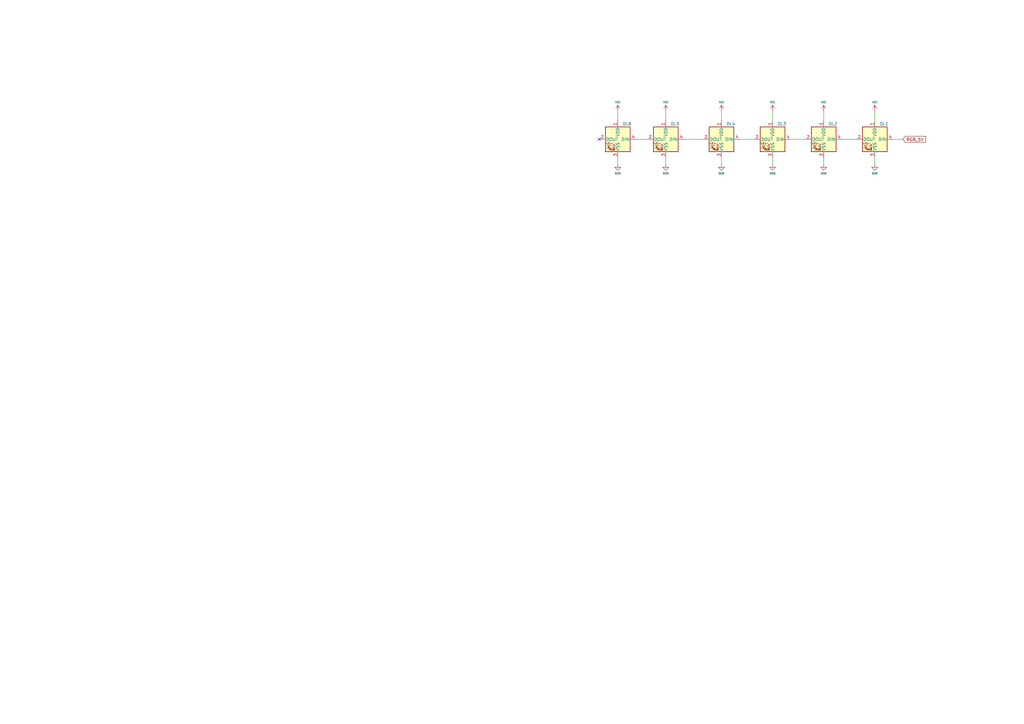
<source format=kicad_sch>
(kicad_sch (version 20230121) (generator eeschema)
  (paper "A3")
  (title_block (title "VMacPad PCB - LEDs") (date "2023-08-07") (rev "1") (company "11kbd"))
  (lib_symbols
    (symbol "LED:WS2812B" (pin_names (offset 0.254))
      (property "Reference" "D" (at 5.08 5.715 0))
      (property "Value" "WS2812B" (at 1.27 -5.715 0))
      (symbol "WS2812B_0_0"
        (text "RGB" (at 2.286 -4.191 0) (effects (font (size 0.762 0.762))))
      )
      (symbol "WS2812B_0_1"
        (polyline (pts (xy 1.27 -3.556) (xy 1.778 -3.556)))
        (polyline (pts (xy 1.27 -2.54) (xy 1.778 -2.54)))
        (polyline (pts (xy 4.699 -3.556) (xy 2.667 -3.556)))
        (polyline (pts (xy 2.286 -2.54) (xy 1.27 -3.556) (xy 1.27 -3.048)))
        (polyline (pts (xy 2.286 -1.524) (xy 1.27 -2.54) (xy 1.27 -2.032)))
        (polyline (pts (xy 3.683 -1.016) (xy 3.683 -3.556) (xy 3.683 -4.064)))
        (polyline (pts (xy 4.699 -1.524) (xy 2.667 -1.524) (xy 3.683 -3.556) (xy 4.699 -1.524)))
        (rectangle (start 5.08 5.08) (end -5.08 -5.08) (stroke (width 0.254)) (fill (type background)))
      )
      (symbol "WS2812B_1_1"
        (pin power_in line (at 0 7.62 270) (length 2.54) (name "VDD") (number "1"))
        (pin output line (at 7.62 0 180) (length 2.54) (name "DOUT") (number "2"))
        (pin power_in line (at 0 -7.62 90) (length 2.54) (name "VSS") (number "3"))
        (pin input line (at -7.62 0 0) (length 2.54) (name "DIN") (number "4"))
      )
    )
    (symbol "power:GND" (power) (pin_names (offset 0))
      (property "Value" "GND" (at 0 -3.81 0))
      (symbol "GND_0_1"
        (polyline (pts (xy 0 0) (xy 0 -1.27) (xy 1.27 -1.27) (xy 0 -2.54) (xy -1.27 -1.27) (xy 0 -1.27)))
      )
      (symbol "GND_1_1"
        (pin power_in line (at 0 0 270) (length 0) hide (name "GND") (number "1"))
      )
    )
    (symbol "power:VCC" (power) (pin_names (offset 0))
      (property "Value" "VCC" (at 0 3.81 0))
      (symbol "VCC_0_1"
        (polyline (pts (xy -0.762 1.27) (xy 0 2.54)))
        (polyline (pts (xy 0 0) (xy 0 2.54)))
        (polyline (pts (xy 0 2.54) (xy 0.762 1.27)))
      )
      (symbol "VCC_1_1"
        (pin power_in line (at 0 0 90) (length 0) hide (name "VCC") (number "1"))
      )
    )
  )
  (no_connect (at 245.745 57.15))
  (wire (pts (xy 358.775 64.77) (xy 358.775 67.31)))
  (wire (pts (xy 316.865 64.77) (xy 316.865 67.31)))
  (wire (pts (xy 295.91 64.77) (xy 295.91 67.31)))
  (wire (pts (xy 273.05 45.72) (xy 273.05 49.53)))
  (wire (pts (xy 273.05 64.77) (xy 273.05 67.31)))
  (wire (pts (xy 324.485 57.15) (xy 330.2 57.15)))
  (wire (pts (xy 253.365 64.77) (xy 253.365 67.31)))
  (wire (pts (xy 253.365 45.72) (xy 253.365 49.53)))
  (wire (pts (xy 358.775 45.72) (xy 358.775 49.53)))
  (wire (pts (xy 337.82 45.72) (xy 337.82 49.53)))
  (wire (pts (xy 295.91 45.72) (xy 295.91 49.53)))
  (wire (pts (xy 345.44 57.15) (xy 351.155 57.15)))
  (wire (pts (xy 316.865 45.72) (xy 316.865 49.53)))
  (wire (pts (xy 337.82 64.77) (xy 337.82 67.31)))
  (wire (pts (xy 366.395 57.15) (xy 370.205 57.15)))
  (wire (pts (xy 260.985 57.15) (xy 265.43 57.15)))
  (wire (pts (xy 280.67 57.15) (xy 288.29 57.15)))
  (wire (pts (xy 303.53 57.15) (xy 309.245 57.15)))
  (global_label "RGB_5V" (shape input) (at 370.205 57.15 0) (property "Intersheetrefs" "${INTERSHEET_REFS}" (effects hide)))
  (symbol (lib_id "power:VCC") (at 273.05 45.72 0) (unit 1)
    (property "Reference" "#PWR021" (effects hide))
    (property "Value" "VCC" (at 273.05 41.91 0) (effects (font (size 0.762 0.762))))
    (instances (project "vmacpad-pcb" (path "" (reference "#PWR021") (unit 1)) (path "" (reference "#PWR045") (unit 1))) (project "Unified-Daughterboard" (path "" (reference "#PWR0119") (unit 1))))
  )
  (symbol (lib_id "power:GND") (at 337.82 67.31 0) (unit 1)
    (property "Reference" "#PWR026" (effects hide))
    (property "Value" "GND" (at 337.82 71.12 0) (effects (font (size 0.762 0.762))))
    (instances (project "vmacpad-pcb" (path "" (reference "#PWR026") (unit 1)) (path "" (reference "#PWR038") (unit 1))) (project "apollo87h" (path "" (reference "#PWR085") (unit 1))))
  )
  (symbol (lib_id "power:GND") (at 273.05 67.31 0) (unit 1)
    (property "Reference" "#PWR026" (effects hide))
    (property "Value" "GND" (at 273.05 71.12 0) (effects (font (size 0.762 0.762))))
    (instances (project "vmacpad-pcb" (path "" (reference "#PWR026") (unit 1)) (path "" (reference "#PWR046") (unit 1))) (project "apollo87h" (path "" (reference "#PWR085") (unit 1))))
  )
  (symbol (lib_id "power:GND") (at 253.365 67.31 0) (unit 1)
    (property "Reference" "#PWR026" (effects hide))
    (property "Value" "GND" (at 253.365 71.12 0) (effects (font (size 0.762 0.762))))
    (instances (project "vmacpad-pcb" (path "" (reference "#PWR026") (unit 1)) (path "" (reference "#PWR048") (unit 1))) (project "apollo87h" (path "" (reference "#PWR085") (unit 1))))
  )
  (symbol (lib_id "LED:WS2812B") (at 295.91 57.15 0) (mirror y) (unit 1)
    (property "Reference" "DL4" (at 299.72 50.8 0))
    (property "Value" "WS2812B" (effects hide))
    (property "Footprint" "LED_SMD:LED_WS2812B_PLCC4_5.0x5.0mm_P3.2mm" (effects hide))
    (property "Datasheet" "https://cdn-shop.adafruit.com/datasheets/WS2812B.pdf" (effects hide))
    (property "LCSC Part No" "C2874885" (effects hide))
    (instances (project "vmacpad-pcb" (path "" (reference "DL4") (unit 1))) (project "hedgehog-lite" (path "" (reference "DL1") (unit 1))))
  )
  (symbol (lib_id "LED:WS2812B") (at 337.82 57.15 0) (mirror y) (unit 1)
    (property "Reference" "DL2" (at 341.63 50.8 0))
    (property "Value" "WS2812B" (effects hide))
    (property "Footprint" "LED_SMD:LED_WS2812B_PLCC4_5.0x5.0mm_P3.2mm" (effects hide))
    (property "Datasheet" "https://cdn-shop.adafruit.com/datasheets/WS2812B.pdf" (effects hide))
    (property "LCSC Part No" "C2874885" (effects hide))
    (instances (project "vmacpad-pcb" (path "" (reference "DL2") (unit 1))) (project "hedgehog-lite" (path "" (reference "DL1") (unit 1))))
  )
  (symbol (lib_id "power:GND") (at 295.91 67.31 0) (unit 1)
    (property "Reference" "#PWR026" (effects hide))
    (property "Value" "GND" (at 295.91 71.12 0) (effects (font (size 0.762 0.762))))
    (instances (project "vmacpad-pcb" (path "" (reference "#PWR026") (unit 1)) (path "" (reference "#PWR044") (unit 1))) (project "apollo87h" (path "" (reference "#PWR085") (unit 1))))
  )
  (symbol (lib_id "LED:WS2812B") (at 316.865 57.15 0) (mirror y) (unit 1)
    (property "Reference" "DL3" (at 320.675 50.8 0))
    (property "Value" "WS2812B" (effects hide))
    (property "Footprint" "LED_SMD:LED_WS2812B_PLCC4_5.0x5.0mm_P3.2mm" (effects hide))
    (property "Datasheet" "https://cdn-shop.adafruit.com/datasheets/WS2812B.pdf" (effects hide))
    (property "LCSC Part No" "C2874885" (effects hide))
    (instances (project "vmacpad-pcb" (path "" (reference "DL3") (unit 1))) (project "hedgehog-lite" (path "" (reference "DL1") (unit 1))))
  )
  (symbol (lib_id "power:VCC") (at 316.865 45.72 0) (unit 1)
    (property "Reference" "#PWR021" (effects hide))
    (property "Value" "VCC" (at 316.865 41.91 0) (effects (font (size 0.762 0.762))))
    (instances (project "vmacpad-pcb" (path "" (reference "#PWR021") (unit 1)) (path "" (reference "#PWR039") (unit 1))) (project "Unified-Daughterboard" (path "" (reference "#PWR0119") (unit 1))))
  )
  (symbol (lib_id "LED:WS2812B") (at 358.775 57.15 0) (mirror y) (unit 1)
    (property "Reference" "DL1" (at 362.585 50.8 0))
    (property "Value" "WS2812B" (effects hide))
    (property "Footprint" "LED_SMD:LED_WS2812B_PLCC4_5.0x5.0mm_P3.2mm" (effects hide))
    (property "Datasheet" "https://cdn-shop.adafruit.com/datasheets/WS2812B.pdf" (effects hide))
    (property "LCSC Part No" "C2874885" (effects hide))
  )
  (symbol (lib_id "power:VCC") (at 295.91 45.72 0) (unit 1)
    (property "Reference" "#PWR021" (effects hide))
    (property "Value" "VCC" (at 295.91 41.91 0) (effects (font (size 0.762 0.762))))
    (instances (project "vmacpad-pcb" (path "" (reference "#PWR021") (unit 1)) (path "" (reference "#PWR043") (unit 1))) (project "Unified-Daughterboard" (path "" (reference "#PWR0119") (unit 1))))
  )
  (symbol (lib_id "power:VCC") (at 337.82 45.72 0) (unit 1)
    (property "Reference" "#PWR021" (effects hide))
    (property "Value" "VCC" (at 337.82 41.91 0) (effects (font (size 0.762 0.762))))
    (instances (project "vmacpad-pcb" (path "" (reference "#PWR021") (unit 1)) (path "" (reference "#PWR018") (unit 1))) (project "Unified-Daughterboard" (path "" (reference "#PWR0119") (unit 1))))
  )
  (symbol (lib_id "power:VCC") (at 358.775 45.72 0) (unit 1)
    (property "Reference" "#PWR021" (effects hide))
    (property "Value" "VCC" (at 358.775 41.91 0) (effects (font (size 0.762 0.762))))
    (instances (project "vmacpad-pcb" (path "" (reference "#PWR021") (unit 1)) (path "" (reference "#PWR021") (unit 1))) (project "Unified-Daughterboard" (path "" (reference "#PWR0119") (unit 1))))
  )
  (symbol (lib_id "power:GND") (at 316.865 67.31 0) (unit 1)
    (property "Reference" "#PWR026" (effects hide))
    (property "Value" "GND" (at 316.865 71.12 0) (effects (font (size 0.762 0.762))))
    (instances (project "vmacpad-pcb" (path "" (reference "#PWR026") (unit 1)) (path "" (reference "#PWR042") (unit 1))) (project "apollo87h" (path "" (reference "#PWR085") (unit 1))))
  )
  (symbol (lib_id "power:GND") (at 358.775 67.31 0) (unit 1)
    (property "Reference" "#PWR026" (effects hide))
    (property "Value" "GND" (at 358.775 71.12 0) (effects (font (size 0.762 0.762))))
    (instances (project "vmacpad-pcb" (path "" (reference "#PWR026") (unit 1)) (path "" (reference "#PWR026") (unit 1))) (project "apollo87h" (path "" (reference "#PWR085") (unit 1))))
  )
  (symbol (lib_id "power:VCC") (at 253.365 45.72 0) (unit 1)
    (property "Reference" "#PWR021" (effects hide))
    (property "Value" "VCC" (at 253.365 41.91 0) (effects (font (size 0.762 0.762))))
    (instances (project "vmacpad-pcb" (path "" (reference "#PWR021") (unit 1)) (path "" (reference "#PWR047") (unit 1))) (project "Unified-Daughterboard" (path "" (reference "#PWR0119") (unit 1))))
  )
  (symbol (lib_id "LED:WS2812B") (at 253.365 57.15 0) (mirror y) (unit 1)
    (property "Reference" "DL6" (at 257.175 50.8 0))
    (property "Value" "WS2812B" (effects hide))
    (property "Footprint" "LED_SMD:LED_WS2812B_PLCC4_5.0x5.0mm_P3.2mm" (effects hide))
    (property "Datasheet" "https://cdn-shop.adafruit.com/datasheets/WS2812B.pdf" (effects hide))
    (property "LCSC Part No" "C2874885" (effects hide))
    (instances (project "vmacpad-pcb" (path "" (reference "DL6") (unit 1))) (project "hedgehog-lite" (path "" (reference "DL1") (unit 1))))
  )
  (symbol (lib_id "LED:WS2812B") (at 273.05 57.15 0) (mirror y) (unit 1)
    (property "Reference" "DL5" (at 276.86 50.8 0))
    (property "Value" "WS2812B" (effects hide))
    (property "Footprint" "LED_SMD:LED_WS2812B_PLCC4_5.0x5.0mm_P3.2mm" (effects hide))
    (property "Datasheet" "https://cdn-shop.adafruit.com/datasheets/WS2812B.pdf" (effects hide))
    (property "LCSC Part No" "C2874885" (effects hide))
    (instances (project "vmacpad-pcb" (path "" (reference "DL5") (unit 1))) (project "hedgehog-lite" (path "" (reference "DL1") (unit 1))))
  )
)
</source>
